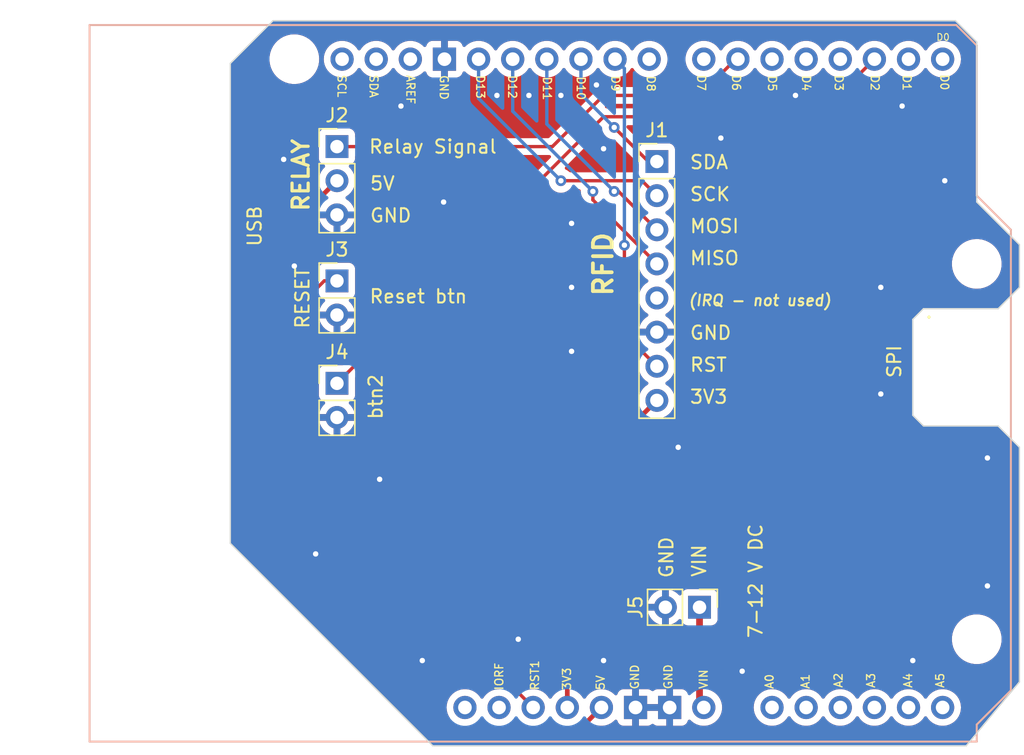
<source format=kicad_pcb>
(kicad_pcb (version 20221018) (generator pcbnew)
  (title_block (comment 4 "AISLER Project ID: MNDXYOYT"))
  (layers (0 "F.Cu" signal) (31 "B.Cu" signal) (34 "B.Paste" user) (35 "F.Paste" user) (36 "B.SilkS" user "B.Silkscreen") (37 "F.SilkS" user "F.Silkscreen") (38 "B.Mask" user) (39 "F.Mask" user) (44 "Edge.Cuts" user))
  (net 0 "")
  (net 1 "+3.3V")
  (net 2 "+5V")
  (net 15 "Relay")
  (net 18 "GND")
  (net 20 "MISO")
  (net 21 "MOSI")
  (net 22 "Reset button")
  (net 23 "RST")
  (net 24 "SCK")
  (net 27 "SDA")
  (net 29 "Bypass")
  (net 30 "POWERIN")
  (footprint "Connector_PinHeader_2.54mm:PinHeader_1x02_P2.54mm_Vertical" (layer "F.Cu") (at 157.1625 105.56875 -90)
    (fp_text reference "J5" (at 0 4.7625 90) (layer "F.SilkS"))
    (fp_text value "Conn_01x02")
    (fp_line (start -1.33 -1.33) (end 0 -1.33) (stroke (width 0.12)) (layer "F.SilkS"))
    (fp_line (start -1.33 0) (end -1.33 -1.33) (stroke (width 0.12)) (layer "F.SilkS"))
    (fp_line (start -1.33 1.27) (end -1.33 3.87) (stroke (width 0.12)) (layer "F.SilkS"))
    (fp_line (start -1.33 1.27) (end 1.33 1.27) (stroke (width 0.12)) (layer "F.SilkS"))
    (fp_line (start -1.33 3.87) (end 1.33 3.87) (stroke (width 0.12)) (layer "F.SilkS"))
    (fp_line (start 1.33 1.27) (end 1.33 3.87) (stroke (width 0.12)) (layer "F.SilkS"))
    (pad "1" thru_hole rect (at 0 0 270) (size 1.7 1.7) (drill 1) (layers "*.Cu" "*.Mask") (net 30 "POWERIN"))
    (pad "2" thru_hole oval (at 0 2.54 270) (size 1.7 1.7) (drill 1) (layers "*.Cu" "*.Mask") (net 18 "GND"))
  )
  (footprint "Connector_PinHeader_2.54mm:PinHeader_1x02_P2.54mm_Vertical" (layer "F.Cu") (at 130.175 88.9)
    (fp_text reference "J4" (at 0 -2.33) (layer "F.SilkS"))
    (fp_text value "Conn_01x02")
    (fp_line (start -1.33 -1.33) (end 0 -1.33) (stroke (width 0.12)) (layer "F.SilkS"))
    (fp_line (start -1.33 0) (end -1.33 -1.33) (stroke (width 0.12)) (layer "F.SilkS"))
    (fp_line (start -1.33 1.27) (end -1.33 3.87) (stroke (width 0.12)) (layer "F.SilkS"))
    (fp_line (start -1.33 1.27) (end 1.33 1.27) (stroke (width 0.12)) (layer "F.SilkS"))
    (fp_line (start -1.33 3.87) (end 1.33 3.87) (stroke (width 0.12)) (layer "F.SilkS"))
    (fp_line (start 1.33 1.27) (end 1.33 3.87) (stroke (width 0.12)) (layer "F.SilkS"))
    (pad "1" thru_hole rect (at 0 0) (size 1.7 1.7) (drill 1) (layers "*.Cu" "*.Mask") (net 29 "Bypass"))
    (pad "2" thru_hole oval (at 0 2.54) (size 1.7 1.7) (drill 1) (layers "*.Cu" "*.Mask") (net 18 "GND"))
  )
  (footprint "PCM_arduino-library:Arduino_Uno_R3_Shield" (layer "F.Cu") (at 111.76 115.57)
    (fp_text reference "XA1")
    (fp_text value "Arduino_Uno_R3_Shield")
    (fp_text user "D0" (at 63.531177 -52.435357 unlocked) (layer "F.SilkS") (effects (font (size 0.5 0.5) (thickness 0.075))))
    (fp_text user "." (at 62.484 -32.004) (layer "F.SilkS"))
    (fp_line (start 0 -53.34) (end 0 0) (stroke (width 0.15)) (layer "B.SilkS"))
    (fp_line (start 0 -53.34) (end 64.516 -53.34) (stroke (width 0.15)) (layer "B.SilkS"))
    (fp_line (start 0 0) (end 66.04 0) (stroke (width 0.15)) (layer "B.SilkS"))
    (fp_line (start 64.516 -53.34) (end 66.04 -51.816) (stroke (width 0.15)) (layer "B.SilkS"))
    (fp_line (start 66.04 -40.64) (end 66.04 -51.816) (stroke (width 0.15)) (layer "B.SilkS"))
    (fp_line (start 66.04 -1.27) (end 68.58 -3.81) (stroke (width 0.15)) (layer "B.SilkS"))
    (fp_line (start 66.04 0) (end 66.04 -1.27) (stroke (width 0.15)) (layer "B.SilkS"))
    (fp_line (start 68.58 -38.1) (end 66.04 -40.64) (stroke (width 0.15)) (layer "B.SilkS"))
    (fp_line (start 68.58 -3.81) (end 68.58 -38.1) (stroke (width 0.15)) (layer "B.SilkS"))
    (pad "" np_thru_hole circle (at 15.24 -50.8) (size 3.2 3.2) (drill 3.2) (layers "*.Cu" "*.Mask"))
    (pad "" thru_hole oval (at 27.94 -2.54) (size 1.7272 1.7272) (drill 1.016) (layers "*.Cu" "*.Mask"))
    (pad "" np_thru_hole circle (at 66.04 -35.56) (size 3.2 3.2) (drill 3.2) (layers "*.Cu" "*.Mask"))
    (pad "" np_thru_hole circle (at 66.04 -7.62) (size 3.2 3.2) (drill 3.2) (layers "*.Cu" "*.Mask"))
    (pad "3V3" thru_hole oval (at 35.56 -2.54) (size 1.7272 1.7272) (drill 1.016) (layers "*.Cu" "*.Mask") (net 1 "+3.3V"))
    (pad "5V1" thru_hole oval (at 38.1 -2.54) (size 1.7272 1.7272) (drill 1.016) (layers "*.Cu" "*.Mask") (net 2 "+5V"))
    (pad "A0" thru_hole oval (at 50.8 -2.54) (size 1.7272 1.7272) (drill 1.016) (layers "*.Cu" "*.Mask"))
    (pad "A1" thru_hole oval (at 53.34 -2.54) (size 1.7272 1.7272) (drill 1.016) (layers "*.Cu" "*.Mask"))
    (pad "A2" thru_hole oval (at 55.88 -2.54) (size 1.7272 1.7272) (drill 1.016) (layers "*.Cu" "*.Mask"))
    (pad "A3" thru_hole oval (at 58.42 -2.54) (size 1.7272 1.7272) (drill 1.016) (layers "*.Cu" "*.Mask"))
    (pad "A4" thru_hole oval (at 60.96 -2.54) (size 1.7272 1.7272) (drill 1.016) (layers "*.Cu" "*.Mask"))
    (pad "A5" thru_hole oval (at 63.5 -2.54) (size 1.7272 1.7272) (drill 1.016) (layers "*.Cu" "*.Mask"))
    (pad "AREF" thru_hole oval (at 23.876 -50.8) (size 1.7272 1.7272) (drill 1.016) (layers "*.Cu" "*.Mask"))
    (pad "D0" thru_hole oval (at 63.5 -50.8) (size 1.7272 1.7272) (drill 1.016) (layers "*.Cu" "*.Mask"))
    (pad "D1" thru_hole oval (at 60.96 -50.8) (size 1.7272 1.7272) (drill 1.016) (layers "*.Cu" "*.Mask"))
    (pad "D2" thru_hole oval (at 58.42 -50.8) (size 1.7272 1.7272) (drill 1.016) (layers "*.Cu" "*.Mask") (net 29 "Bypass"))
    (pad "D3" thru_hole oval (at 55.88 -50.8) (size 1.7272 1.7272) (drill 1.016) (layers "*.Cu" "*.Mask"))
    (pad "D4" thru_hole oval (at 53.34 -50.8) (size 1.7272 1.7272) (drill 1.016) (layers "*.Cu" "*.Mask"))
    (pad "D5" thru_hole oval (at 50.8 -50.8) (size 1.7272 1.7272) (drill 1.016) (layers "*.Cu" "*.Mask"))
    (pad "D6" thru_hole oval (at 48.26 -50.8) (size 1.7272 1.7272) (drill 1.016) (layers "*.Cu" "*.Mask") (net 15 "Relay"))
    (pad "D7" thru_hole oval (at 45.72 -50.8) (size 1.7272 1.7272) (drill 1.016) (layers "*.Cu" "*.Mask"))
    (pad "D8" thru_hole oval (at 41.656 -50.8) (size 1.7272 1.7272) (drill 1.016) (layers "*.Cu" "*.Mask"))
    (pad "D9" thru_hole oval (at 39.116 -50.8) (size 1.7272 1.7272) (drill 1.016) (layers "*.Cu" "*.Mask") (net 23 "RST"))
    (pad "D10" thru_hole oval (at 36.576 -50.8) (size 1.7272 1.7272) (drill 1.016) (layers "*.Cu" "*.Mask") (net 27 "SDA"))
    (pad "D11" thru_hole oval (at 34.036 -50.8) (size 1.7272 1.7272) (drill 1.016) (layers "*.Cu" "*.Mask") (net 21 "MOSI"))
    (pad "D12" thru_hole oval (at 31.496 -50.8) (size 1.7272 1.7272) (drill 1.016) (layers "*.Cu" "*.Mask") (net 20 "MISO"))
    (pad "D13" thru_hole oval (at 28.956 -50.8) (size 1.7272 1.7272) (drill 1.016) (layers "*.Cu" "*.Mask") (net 24 "SCK"))
    (pad "GND1" thru_hole rect (at 26.416 -50.8) (size 1.7272 1.7272) (drill 1.016) (layers "*.Cu" "*.Mask") (net 18 "GND"))
    (pad "GND2" thru_hole rect (at 40.64 -2.54) (size 1.7272 1.7272) (drill 1.016) (layers "*.Cu" "*.Mask") (net 18 "GND"))
    (pad "GND3" thru_hole rect (at 43.18 -2.54) (size 1.7272 1.7272) (drill 1.016) (layers "*.Cu" "*.Mask") (net 18 "GND"))
    (pad "IORF" thru_hole oval (at 30.48 -2.54) (size 1.7272 1.7272) (drill 1.016) (layers "*.Cu" "*.Mask"))
    (pad "RST1" thru_hole oval (at 33.02 -2.54) (size 1.7272 1.7272) (drill 1.016) (layers "*.Cu" "*.Mask") (net 22 "Reset button"))
    (pad "SCL" thru_hole oval (at 18.796 -50.8) (size 1.7272 1.7272) (drill 1.016) (layers "*.Cu" "*.Mask"))
    (pad "SDA" thru_hole oval (at 21.336 -50.8) (size 1.7272 1.7272) (drill 1.016) (layers "*.Cu" "*.Mask"))
    (pad "VIN" thru_hole oval (at 45.72 -2.54) (size 1.7272 1.7272) (drill 1.016) (layers "*.Cu" "*.Mask") (net 30 "POWERIN"))
  )
  (footprint "Connector_PinHeader_2.54mm:PinHeader_1x08_P2.54mm_Vertical" (layer "F.Cu") (at 153.9875 72.39)
    (fp_text reference "J1" (at 0 -2.33) (layer "F.SilkS"))
    (fp_text value "Conn_01x08")
    (fp_line (start -1.33 -1.33) (end 0 -1.33) (stroke (width 0.12)) (layer "F.SilkS"))
    (fp_line (start -1.33 0) (end -1.33 -1.33) (stroke (width 0.12)) (layer "F.SilkS"))
    (fp_line (start -1.33 1.27) (end -1.33 19.11) (stroke (width 0.12)) (layer "F.SilkS"))
    (fp_line (start -1.33 1.27) (end 1.33 1.27) (stroke (width 0.12)) (layer "F.SilkS"))
    (fp_line (start -1.33 19.11) (end 1.33 19.11) (stroke (width 0.12)) (layer "F.SilkS"))
    (fp_line (start 1.33 1.27) (end 1.33 19.11) (stroke (width 0.12)) (layer "F.SilkS"))
    (pad "1" thru_hole rect (at 0 0) (size 1.7 1.7) (drill 1) (layers "*.Cu" "*.Mask") (net 27 "SDA"))
    (pad "2" thru_hole oval (at 0 2.54) (size 1.7 1.7) (drill 1) (layers "*.Cu" "*.Mask") (net 24 "SCK"))
    (pad "3" thru_hole oval (at 0 5.08) (size 1.7 1.7) (drill 1) (layers "*.Cu" "*.Mask") (net 21 "MOSI"))
    (pad "4" thru_hole oval (at 0 7.62) (size 1.7 1.7) (drill 1) (layers "*.Cu" "*.Mask") (net 20 "MISO"))
    (pad "5" thru_hole oval (at 0 10.16) (size 1.7 1.7) (drill 1) (layers "*.Cu" "*.Mask"))
    (pad "6" thru_hole oval (at 0 12.7) (size 1.7 1.7) (drill 1) (layers "*.Cu" "*.Mask") (net 18 "GND"))
    (pad "7" thru_hole oval (at 0 15.24) (size 1.7 1.7) (drill 1) (layers "*.Cu" "*.Mask") (net 23 "RST"))
    (pad "8" thru_hole oval (at 0 17.78) (size 1.7 1.7) (drill 1) (layers "*.Cu" "*.Mask") (net 1 "+3.3V"))
  )
  (footprint "Connector_PinHeader_2.54mm:PinHeader_1x02_P2.54mm_Vertical" (layer "F.Cu") (at 130.175 81.275)
    (fp_text reference "J3" (at 0 -2.33) (layer "F.SilkS"))
    (fp_text value "Conn_01x02")
    (fp_line (start -1.33 -1.33) (end 0 -1.33) (stroke (width 0.12)) (layer "F.SilkS"))
    (fp_line (start -1.33 0) (end -1.33 -1.33) (stroke (width 0.12)) (layer "F.SilkS"))
    (fp_line (start -1.33 1.27) (end -1.33 3.87) (stroke (width 0.12)) (layer "F.SilkS"))
    (fp_line (start -1.33 1.27) (end 1.33 1.27) (stroke (width 0.12)) (layer "F.SilkS"))
    (fp_line (start -1.33 3.87) (end 1.33 3.87) (stroke (width 0.12)) (layer "F.SilkS"))
    (fp_line (start 1.33 1.27) (end 1.33 3.87) (stroke (width 0.12)) (layer "F.SilkS"))
    (pad "1" thru_hole rect (at 0 0) (size 1.7 1.7) (drill 1) (layers "*.Cu" "*.Mask") (net 22 "Reset button"))
    (pad "2" thru_hole oval (at 0 2.54) (size 1.7 1.7) (drill 1) (layers "*.Cu" "*.Mask") (net 18 "GND"))
  )
  (footprint "Connector_PinHeader_2.54mm:PinHeader_1x03_P2.54mm_Vertical" (layer "F.Cu") (at 130.175 71.27875)
    (fp_text reference "J2" (at 0 -2.33) (layer "F.SilkS"))
    (fp_text value "Conn_01x03")
    (fp_line (start -1.33 -1.33) (end 0 -1.33) (stroke (width 0.12)) (layer "F.SilkS"))
    (fp_line (start -1.33 0) (end -1.33 -1.33) (stroke (width 0.12)) (layer "F.SilkS"))
    (fp_line (start -1.33 1.27) (end -1.33 6.41) (stroke (width 0.12)) (layer "F.SilkS"))
    (fp_line (start -1.33 1.27) (end 1.33 1.27) (stroke (width 0.12)) (layer "F.SilkS"))
    (fp_line (start -1.33 6.41) (end 1.33 6.41) (stroke (width 0.12)) (layer "F.SilkS"))
    (fp_line (start 1.33 1.27) (end 1.33 6.41) (stroke (width 0.12)) (layer "F.SilkS"))
    (pad "1" thru_hole rect (at 0 0) (size 1.7 1.7) (drill 1) (layers "*.Cu" "*.Mask") (net 15 "Relay"))
    (pad "2" thru_hole oval (at 0 2.54) (size 1.7 1.7) (drill 1) (layers "*.Cu" "*.Mask") (net 2 "+5V"))
    (pad "3" thru_hole oval (at 0 5.08) (size 1.7 1.7) (drill 1) (layers "*.Cu" "*.Mask") (net 18 "GND"))
  )
  (gr_line (start 179.3875 83.34375) (end 180.975 81.75625) (stroke (width 0.1)) (layer "Edge.Cuts"))
  (gr_line (start 177.8 75.40625) (end 180.975 78.58125) (stroke (width 0.1)) (layer "Edge.Cuts"))
  (gr_line (start 173.0375 91.28125) (end 173.0375 84.1375) (stroke (width 0.1)) (layer "Edge.Cuts"))
  (gr_line (start 176.2125 61.9125) (end 177.8 63.5) (stroke (width 0.1)) (layer "Edge.Cuts"))
  (gr_line (start 179.3875 92.075) (end 180.975 93.6625) (stroke (width 0.1)) (layer "Edge.Cuts"))
  (gr_line (start 180.975 93.6625) (end 180.975 111.125) (stroke (width 0.1)) (layer "Edge.Cuts"))
  (gr_line (start 122.2375 100.80625) (end 122.2375 65.0875) (stroke (width 0.1)) (layer "Edge.Cuts"))
  (gr_line (start 173.83125 92.075) (end 173.0375 91.28125) (stroke (width 0.1)) (layer "Edge.Cuts"))
  (gr_line (start 180.975 81.75625) (end 180.975 78.58125) (stroke (width 0.1)) (layer "Edge.Cuts"))
  (gr_line (start 122.2375 100.80625) (end 137.31875 115.8875) (stroke (width 0.1)) (layer "Edge.Cuts"))
  (gr_line (start 173.83125 83.34375) (end 173.0375 84.1375) (stroke (width 0.1)) (layer "Edge.Cuts"))
  (gr_line (start 173.83125 83.34375) (end 179.3875 83.34375) (stroke (width 0.1)) (layer "Edge.Cuts"))
  (gr_line (start 177.8 63.5) (end 177.8 75.40625) (stroke (width 0.1)) (layer "Edge.Cuts"))
  (gr_line (start 125.4125 61.9125) (end 176.2125 61.9125) (stroke (width 0.1)) (layer "Edge.Cuts"))
  (gr_line (start 173.83125 92.075) (end 179.3875 92.075) (stroke (width 0.1)) (layer "Edge.Cuts"))
  (gr_line (start 177.00625 115.8875) (end 137.31875 115.8875) (stroke (width 0.1)) (layer "Edge.Cuts"))
  (gr_line (start 180.975 111.125) (end 177.00625 115.8875) (stroke (width 0.1)) (layer "Edge.Cuts"))
  (gr_line (start 122.2375 65.0875) (end 125.4125 61.9125) (stroke (width 0.1)) (layer "Edge.Cuts"))
  (gr_text "SCK" (at 156.36875 75.40625) (layer "F.SilkS") (effects (font (size 1 1)) (justify left bottom)))
  (gr_text "GND" (at 155.281712 103.476271 90) (layer "F.SilkS") (effects (font (size 1 1)) (justify left bottom)))
  (gr_text "A5" (at 175.41875 111.626695 90) (layer "F.SilkS") (effects (font (size 0.6 0.6) (thickness 0.1) bold) (justify left bottom)))
  (gr_text "GND" (at 155.186508 111.722563 90) (layer "F.SilkS") (effects (font (size 0.6 0.6) (thickness 0.1) bold) (justify left bottom)))
  (gr_text "VIN" (at 157.719145 103.389991 90) (layer "F.SilkS") (effects (font (size 1 1)) (justify left bottom)))
  (gr_text "D6" (at 159.54375 65.881249 270) (layer "F.SilkS") (effects (font (size 0.6 0.6) (thickness 0.1) bold) (justify left bottom)))
  (gr_text "5V" (at 150.143873 111.78967 90) (layer "F.SilkS") (effects (font (size 0.6 0.6) (thickness 0.1) bold) (justify left bottom)))
  (gr_text "D11" (at 145.466771 66.010671 270) (layer "F.SilkS") (effects (font (size 0.6 0.6) (thickness 0.1) bold) (justify left bottom)))
  (gr_text "MISO" (at 156.36875 80.16875) (layer "F.SilkS") (effects (font (size 1 1)) (justify left bottom)))
  (gr_text "A2" (at 167.850616 111.617108 90) (layer "F.SilkS") (effects (font (size 0.6 0.6) (thickness 0.1) bold) (justify left bottom)))
  (gr_text "3V3" (at 147.6375 111.799257 90) (layer "F.SilkS") (effects (font (size 0.6 0.6) (thickness 0.1) bold) (justify left bottom)))
  (gr_text "Relay Signal" (at 132.476131 71.867372) (layer "F.SilkS") (effects (font (size 1 1)) (justify left bottom)))
  (gr_text "D8" (at 153.19375 65.93877 270) (layer "F.SilkS") (effects (font (size 0.6 0.6) (thickness 0.1) bold) (justify left bottom)))
  (gr_text "D3" (at 167.180779 65.881249 270) (layer "F.SilkS") (effects (font (size 0.6 0.6) (thickness 0.1) bold) (justify left bottom)))
  (gr_text "GND" (at 156.36875 85.725) (layer "F.SilkS") (effects (font (size 1 1)) (justify left bottom)))
  (gr_text "AREF" (at 135.300013 65.881249 270) (layer "F.SilkS") (effects (font (size 0.6 0.6) (thickness 0.1) bold) (justify left bottom)))
  (gr_text "GND" (at 132.55625 76.99375) (layer "F.SilkS") (effects (font (size 1 1)) (justify left bottom)))
  (gr_text "RFID" (at 150.8125 82.55 90) (layer "F.SilkS") (effects (font (size 1.4 1.4) (thickness 0.28) bold) (justify left bottom)))
  (gr_text "RELAY" (at 128.189532 76.21153 90) (layer "F.SilkS") (effects (font (size 1.2 1.2) (thickness 0.24) bold) (justify left bottom)))
  (gr_text "SCL" (at 130.175 65.88125 270) (layer "F.SilkS") (effects (font (size 0.6 0.6) (thickness 0.1) bold) (justify left bottom)))
  (gr_text "D12" (at 142.875 65.89563 270) (layer "F.SilkS") (effects (font (size 0.6 0.6) (thickness 0.1) bold) (justify left bottom)))
  (gr_text "D1" (at 172.24375 65.88125 270) (layer "F.SilkS") (effects (font (size 0.6 0.6) (thickness 0.1) bold) (justify left bottom)))
  (gr_text "D9" (at 150.55734 65.93877 270) (layer "F.SilkS") (effects (font (size 0.6 0.6) (thickness 0.1) bold) (justify left bottom)))
  (gr_text "A1" (at 165.396406 111.693802 90) (layer "F.SilkS") (effects (font (size 0.6 0.6) (thickness 0.1) bold) (justify left bottom)))
  (gr_text "GND" (at 137.787777 65.89563 270) (layer "F.SilkS") (effects (font (size 0.6 0.6) (thickness 0.1) bold) (justify left bottom)))
  (gr_text "3V3" (at 156.36875 90.4875) (layer "F.SilkS") (effects (font (size 1 1)) (justify left bottom)))
  (gr_text "A3" (at 170.276066 111.626695 90) (layer "F.SilkS") (effects (font (size 0.6 0.6) (thickness 0.1) bold) (justify left bottom)))
  (gr_text "SDA" (at 156.36875 73.025) (layer "F.SilkS") (effects (font (size 1 1)) (justify left bottom)))
  (gr_text "USB" (at 124.631792 78.79712 90) (layer "F.SilkS") (effects (font (size 1 1)) (justify left bottom)))
  (gr_text "(IRQ - not used)" (at 156.273941 83.200277) (layer "F.SilkS") (effects (font (size 0.8 0.8) (thickness 0.15) italic) (justify left bottom)))
  (gr_text "SDA" (at 132.55625 65.88125 270) (layer "F.SilkS") (effects (font (size 0.6 0.6) (thickness 0.1) bold) (justify left bottom)))
  (gr_text "MOSI" (at 156.36875 77.7875) (layer "F.SilkS") (effects (font (size 1 1)) (justify left bottom)))
  (gr_text "D7" (at 156.942121 65.881249 270) (layer "F.SilkS") (effects (font (size 0.6 0.6) (thickness 0.1) bold) (justify left bottom)))
  (gr_text "D13" (at 140.49375 65.89563 270) (layer "F.SilkS") (effects (font (size 0.6 0.6) (thickness 0.1) bold) (justify left bottom)))
  (gr_text "D0" (at 175.046714 65.838109 270) (layer "F.SilkS") (effects (font (size 0.6 0.6) (thickness 0.1) bold) (justify left bottom)))
  (gr_text "D4" (at 164.750536 65.91001 270) (layer "F.SilkS") (effects (font (size 0.6 0.6) (thickness 0.1) bold) (justify left bottom)))
  (gr_text "btn2" (at 133.639368 91.667068 90) (layer "F.SilkS") (effects (font (size 1 1)) (justify left bottom)))
  (gr_text "IORF" (at 142.599094 111.799257 90) (layer "F.SilkS") (effects (font (size 0.6 0.6) (thickness 0.1) bold) (justify left bottom)))
  (gr_text "5V" (at 132.55625 74.6125) (layer "F.SilkS") (effects (font (size 1 1)) (justify left bottom)))
  (gr_text "A4" (at 173.0375 111.626695 90) (layer "F.SilkS") (effects (font (size 0.6 0.6) (thickness 0.1) bold) (justify left bottom)))
  (gr_text "SPI" (at 172.246256 88.586479 90) (layer "F.SilkS") (effects (font (size 1 1)) (justify left bottom)))
  (gr_text "7-12 V DC" (at 161.925 107.95 90) (layer "F.SilkS") (effects (font (size 1 1)) (justify left bottom)))
  (gr_text "Reset btn" (at 132.517708 83.014265) (layer "F.SilkS") (effects (font (size 1 1)) (justify left bottom)))
  (gr_text "RST" (at 156.36875 88.10625) (layer "F.SilkS") (effects (font (size 1 1)) (justify left bottom)))
  (gr_text "D10" (at 147.983295 65.996291 270) (layer "F.SilkS") (effects (font (size 0.6 0.6) (thickness 0.1) bold) (justify left bottom)))
  (gr_text "VIN" (at 157.81328 111.703389 90) (layer "F.SilkS") (effects (font (size 0.6 0.6) (thickness 0.1) bold) (justify left bottom)))
  (gr_text "A0" (at 162.71875 111.703389 90) (layer "F.SilkS") (effects (font (size 0.6 0.6) (thickness 0.1) bold) (justify left bottom)))
  (gr_text "D5" (at 162.219631 65.92439 270) (layer "F.SilkS") (effects (font (size 0.6 0.6) (thickness 0.1) bold) (justify left bottom)))
  (gr_text "RESET" (at 128.189532 82.55 90) (layer "F.SilkS") (effects (font (size 1 1)) (justify bottom)))
  (gr_text "RST1" (at 145.25625 111.799257 90) (layer "F.SilkS") (effects (font (size 0.6 0.6) (thickness 0.1) bold) (justify left bottom)))
  (gr_text "D2" (at 169.8625 65.88125 270) (layer "F.SilkS") (effects (font (size 0.6 0.6) (thickness 0.1) bold) (justify left bottom)))
  (gr_text "GND" (at 152.693951 111.732149 90) (layer "F.SilkS") (effects (font (size 0.6 0.6) (thickness 0.1) bold) (justify left bottom)))
  (segment (start 147.32 96.8375) (end 153.9875 90.17) (width 0.35) (layer "F.Cu") (net 1))
  (segment (start 147.32 113.03) (end 147.32 96.8375) (width 0.35) (layer "F.Cu") (net 1))
  (segment (start 125.4125 102.39375) (end 125.4125 78.58125) (width 0.35) (layer "F.Cu") (net 2))
  (segment (start 137.681095 114.662345) (end 125.4125 102.39375) (width 0.35) (layer "F.Cu") (net 2))
  (segment (start 125.4125 78.58125) (end 130.175 73.81875) (width 0.35) (layer "F.Cu") (net 2))
  (segment (start 149.86 113.03) (end 148.227655 114.662345) (width 0.35) (layer "F.Cu") (net 2))
  (segment (start 148.227655 114.662345) (end 137.681095 114.662345) (width 0.35) (layer "F.Cu") (net 2))
  (segment (start 157.1625 67.46875) (end 150.01875 67.46875) (width 0.25) (layer "F.Cu") (net 15))
  (segment (start 159.86125 64.77) (end 157.1625 67.46875) (width 0.25) (layer "F.Cu") (net 15))
  (segment (start 146.20875 71.27875) (end 130.175 71.27875) (width 0.25) (layer "F.Cu") (net 15))
  (segment (start 160.02 64.77) (end 159.86125 64.77) (width 0.25) (layer "F.Cu") (net 15))
  (segment (start 150.01875 67.46875) (end 146.20875 71.27875) (width 0.25) (layer "F.Cu") (net 15))
  (via (at 127 80.16875) (size 0.8) (drill 0.4) (layers "F.Cu" "B.Cu") (net 18))
  (via (at 175.41875 73.81875) (size 0.8) (drill 0.4) (layers "F.Cu" "B.Cu") (net 18))
  (via (at 147.6375 86.51875) (size 0.8) (drill 0.4) (layers "F.Cu" "B.Cu") (net 18))
  (via (at 158.75 70.64375) (size 0.8) (drill 0.4) (layers "F.Cu" "B.Cu") (net 18))
  (via (at 178.59375 94.45625) (size 0.8) (drill 0.4) (layers "F.Cu" "B.Cu") (net 18))
  (via (at 147.6375 81.75625) (size 0.8) (drill 0.4) (layers "F.Cu" "B.Cu") (net 18))
  (via (at 150.01875 109.5375) (size 0.8) (drill 0.4) (layers "F.Cu" "B.Cu") (net 18))
  (via (at 178.59375 103.98125) (size 0.8) (drill 0.4) (layers "F.Cu" "B.Cu") (net 18))
  (via (at 147.6375 76.99375) (size 0.8) (drill 0.4) (layers "F.Cu" "B.Cu") (net 18))
  (via (at 144.4625 67.46875) (size 0.8) (drill 0.4) (layers "F.Cu" "B.Cu") (net 18))
  (via (at 149.488282 66.689026) (size 0.8) (drill 0.4) (layers "F.Cu" "B.Cu") (net 18))
  (via (at 150.01875 71.4375) (size 0.8) (drill 0.4) (layers "F.Cu" "B.Cu") (net 18))
  (via (at 173.0375 109.5375) (size 0.8) (drill 0.4) (layers "F.Cu" "B.Cu") (net 18))
  (via (at 172.24375 68.2625) (size 0.8) (drill 0.4) (layers "F.Cu" "B.Cu") (net 18))
  (via (at 138.1125 75.40625) (size 0.8) (drill 0.4) (layers "F.Cu" "B.Cu") (net 18))
  (via (at 143.66875 107.95) (size 0.8) (drill 0.4) (layers "F.Cu" "B.Cu") (net 18))
  (via (at 126.20625 72.23125) (size 0.8) (drill 0.4) (layers "F.Cu" "B.Cu") (net 18))
  (via (at 134.9375 68.2625) (size 0.8) (drill 0.4) (layers "F.Cu" "B.Cu") (net 18))
  (via (at 128.5875 101.6) (size 0.8) (drill 0.4) (layers "F.Cu" "B.Cu") (net 18))
  (via (at 170.65625 89.69375) (size 0.8) (drill 0.4) (layers "F.Cu" "B.Cu") (net 18))
  (via (at 155.575 93.6625) (size 0.8) (drill 0.4) (layers "F.Cu" "B.Cu") (net 18))
  (via (at 170.65625 81.75625) (size 0.8) (drill 0.4) (layers "F.Cu" "B.Cu") (net 18))
  (via (at 160.3375 110.33125) (size 0.8) (drill 0.4) (layers "F.Cu" "B.Cu") (net 18))
  (via (at 146.84375 67.46875) (size 0.8) (drill 0.4) (layers "F.Cu" "B.Cu") (net 18))
  (via (at 142.08125 67.46875) (size 0.8) (drill 0.4) (layers "F.Cu" "B.Cu") (net 18))
  (via (at 133.35 96.04375) (size 0.8) (drill 0.4) (layers "F.Cu" "B.Cu") (net 18))
  (via (at 164.30625 67.46875) (size 0.8) (drill 0.4) (layers "F.Cu" "B.Cu") (net 18))
  (via (at 136.525 109.5375) (size 0.8) (drill 0.4) (layers "F.Cu" "B.Cu") (net 18))
  (segment (start 149.225 74.6125) (end 149.225 75.2475) (width 0.25) (layer "F.Cu") (net 20))
  (segment (start 149.225 75.2475) (end 153.9875 80.01) (width 0.25) (layer "F.Cu") (net 20))
  (via (at 149.225 74.6125) (size 0.8) (drill 0.4) (layers "F.Cu" "B.Cu") (net 20))
  (segment (start 149.225 74.6125) (end 143.256 68.6435) (width 0.25) (layer "B.Cu") (net 20))
  (segment (start 143.256 68.6435) (end 143.256 64.77) (width 0.25) (layer "B.Cu") (net 20))
  (segment (start 151.13 74.6125) (end 153.9875 77.47) (width 0.25) (layer "F.Cu") (net 21))
  (segment (start 150.8125 74.6125) (end 151.13 74.6125) (width 0.25) (layer "F.Cu") (net 21))
  (via (at 150.8125 74.6125) (size 0.8) (drill 0.4) (layers "F.Cu" "B.Cu") (net 21))
  (segment (start 145.796 69.596) (end 145.796 64.77) (width 0.25) (layer "B.Cu") (net 21))
  (segment (start 150.8125 74.6125) (end 145.796 69.596) (width 0.25) (layer "B.Cu") (net 21))
  (segment (start 144.78 113.03) (end 127 95.25) (width 0.25) (layer "F.Cu") (net 22))
  (segment (start 129.225 81.275) (end 130.175 81.275) (width 0.25) (layer "F.Cu") (net 22))
  (segment (start 127 95.25) (end 127 83.5) (width 0.25) (layer "F.Cu") (net 22))
  (segment (start 127 83.5) (end 129.225 81.275) (width 0.25) (layer "F.Cu") (net 22))
  (segment (start 153.9875 87.63) (end 151.570201 85.212701) (width 0.25) (layer "F.Cu") (net 23))
  (segment (start 151.570201 85.212701) (end 151.570201 78.617299) (width 0.25) (layer "F.Cu") (net 23))
  (via (at 151.570201 78.617299) (size 0.8) (drill 0.4) (layers "F.Cu" "B.Cu") (net 23))
  (segment (start 151.570201 78.617299) (end 151.570201 65.464201) (width 0.25) (layer "B.Cu") (net 23))
  (segment (start 151.570201 65.464201) (end 150.876 64.77) (width 0.25) (layer "B.Cu") (net 23))
  (segment (start 153.9875 74.93) (end 152.87625 73.81875) (width 0.25) (layer "F.Cu") (net 24))
  (segment (start 152.87625 73.81875) (end 146.84375 73.81875) (width 0.25) (layer "F.Cu") (net 24))
  (via (at 146.84375 73.81875) (size 0.8) (drill 0.4) (layers "F.Cu" "B.Cu") (net 24))
  (segment (start 140.716 67.691) (end 140.716 64.77) (width 0.25) (layer "B.Cu") (net 24))
  (segment (start 146.84375 73.81875) (end 140.716 67.691) (width 0.25) (layer "B.Cu") (net 24))
  (segment (start 153.3525 72.39) (end 150.8125 69.85) (width 0.25) (layer "F.Cu") (net 27))
  (segment (start 153.9875 72.39) (end 153.3525 72.39) (width 0.25) (layer "F.Cu") (net 27))
  (via (at 150.8125 69.85) (size 0.8) (drill 0.4) (layers "F.Cu" "B.Cu") (net 27))
  (segment (start 148.336 67.3735) (end 148.336 64.77) (width 0.25) (layer "B.Cu") (net 27))
  (segment (start 150.8125 69.85) (end 148.336 67.3735) (width 0.25) (layer "B.Cu") (net 27))
  (segment (start 150.01875 69.05625) (end 130.175 88.9) (width 0.25) (layer "F.Cu") (net 29))
  (segment (start 165.89375 69.05625) (end 150.01875 69.05625) (width 0.25) (layer "F.Cu") (net 29))
  (segment (start 170.18 64.77) (end 165.89375 69.05625) (width 0.25) (layer "F.Cu") (net 29))
  (segment (start 157.1625 112.7125) (end 157.48 113.03) (width 0.5) (layer "F.Cu") (net 30))
  (segment (start 157.1625 105.56875) (end 157.1625 112.7125) (width 0.5) (layer "F.Cu") (net 30))
  (zone (net 18) (net_name "GND") (layers "F&B.Cu") (connect_pads (clearance 0.5)) (min_thickness 0.25) (fill yes (thermal_gap 0.5) (thermal_bridge_width 0.5) (smoothing chamfer))
    (polygon (pts (xy 180.975 61.9125) (xy 122.2375 61.9125) (xy 122.2375 115.8875) (xy 180.975 115.8875)))
  )
)
</source>
